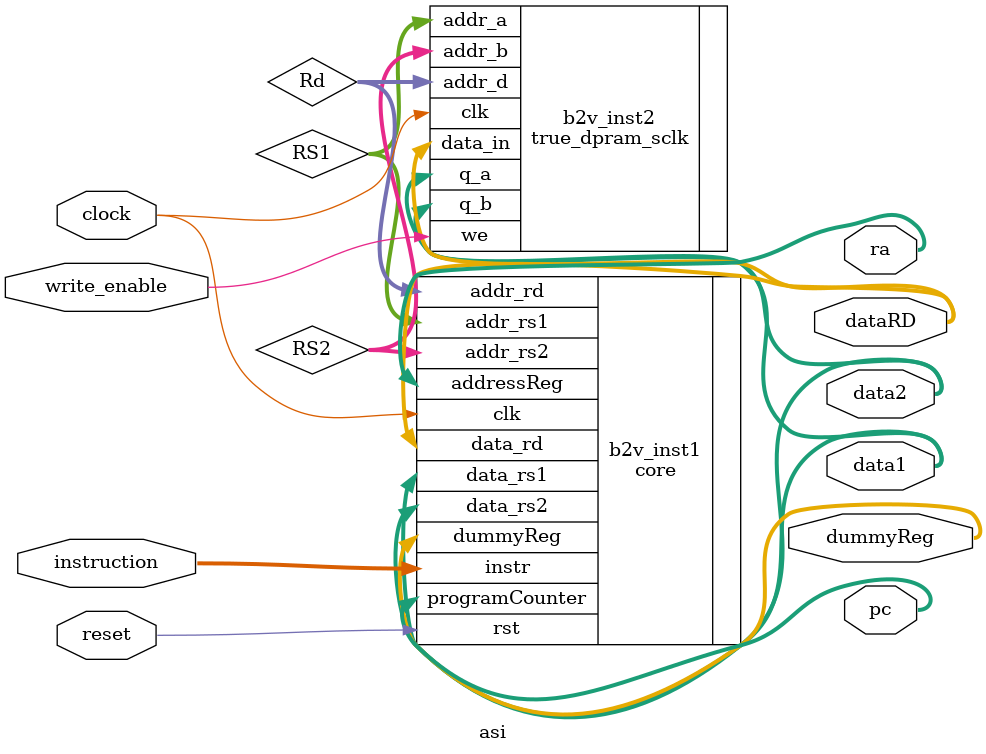
<source format=v>


module asi(
	write_enable,
	clock,
	reset,
	instruction,
	data1,
	data2,
	dataRD,
	pc,
	ra,
	dummyReg
);


input wire	write_enable;
input wire	clock;
input wire	reset;
input wire	[31:0] instruction;

output wire	[31:0] data1;
output wire	[31:0] data2;
output wire	[31:0] dataRD;
output wire	[31:0] pc;
output wire	[31:0] ra;
output wire	[31:0] dummyReg;

wire	[7:0] Rd;
wire	[7:0] RS1;
wire	[7:0] RS2;





core	b2v_inst1(
	.clk(clock),
	.rst(reset),
	.data_rs1(data2),
	.data_rs2(data1),
	.instr(instruction),
	.addr_rd(Rd),
	.addr_rs1(RS1),
	.addr_rs2(RS2),
	.data_rd(dataRD),
	.programCounter(pc),
	.addressReg(ra),
	.dummyReg(dummyReg)
	);


true_dpram_sclk	b2v_inst2(
	.we(write_enable),
	.clk(clock),
	.addr_a(RS1),
	.addr_b(RS2),
	.addr_d(Rd),
	.data_in(dataRD),
	.q_a(data2),
	.q_b(data1));


endmodule

</source>
